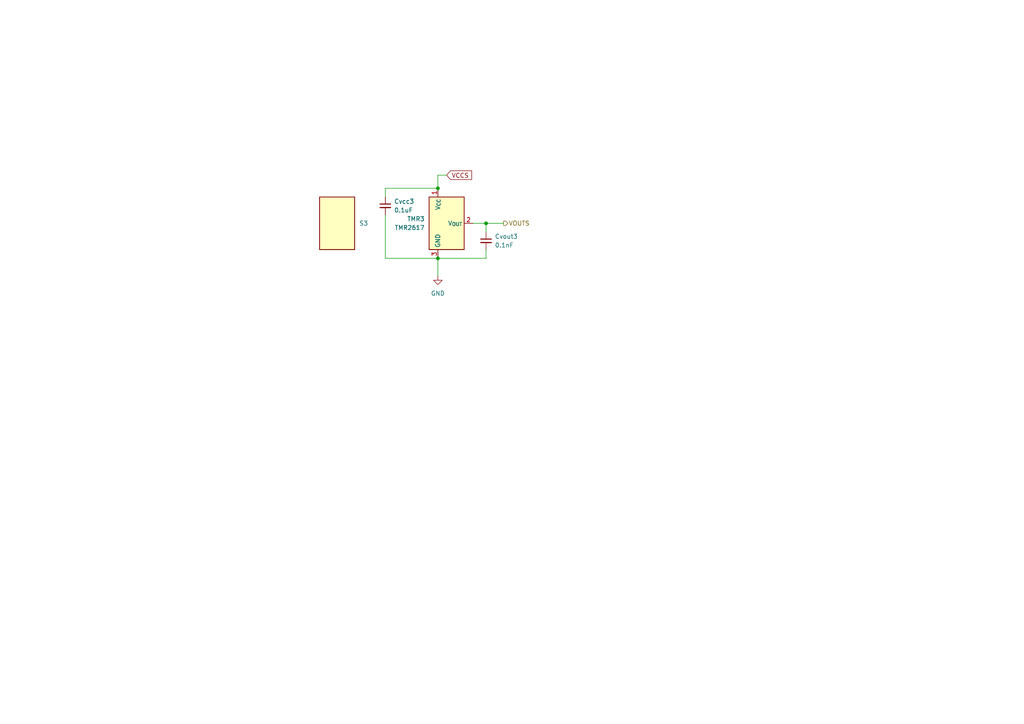
<source format=kicad_sch>
(kicad_sch (version 20250114) (generator "eeschema") (generator_version "9.0")
  (paper "A4")
  (lib_symbols
    (symbol "Device:C_Small" (pin_numbers (hide yes)) (pin_names (offset 0.254) (hide yes))
      (property "Reference" "C" (at 0.254 1.778 0))
      (property "Value" "C_Small" (at 0.254 -2.032 0))
      (symbol "C_Small_0_1"
        (polyline (pts (xy -1.524 0.508) (xy 1.524 0.508)) (stroke (width 0.3048)))
        (polyline (pts (xy -1.524 -0.508) (xy 1.524 -0.508)) (stroke (width 0.3302)))
      )
      (symbol "C_Small_1_1"
        (pin passive line (at 0 2.54 270) (length 2.032) (name "~") (number "1"))
        (pin passive line (at 0 -2.54 90) (length 2.032) (name "~") (number "2"))
      )
    )
    (symbol "power:GND" (power) (pin_numbers (hide yes)) (pin_names (offset 0) (hide yes))
      (property "Value" "GND" (at 0 -3.81 0))
      (symbol "GND_0_1"
        (polyline (pts (xy 0 0) (xy 0 -1.27) (xy 1.27 -1.27) (xy 0 -2.54) (xy -1.27 -1.27) (xy 0 -1.27)))
      )
      (symbol "GND_1_1"
        (pin power_in line (at 0 0 270) (length 0) (name "~") (number "1"))
      )
    )
    (symbol "tmr-lib:Switch"
      (property "Reference" "S" (at 0 3.302 0))
      (symbol "Switch_0_1"
        (rectangle (start -5.08 7.62) (end 5.08 -7.62) (stroke (width 0.254)) (fill (type background)))
      )
    )
    (symbol "tmr-lib:TMR2617"
      (property "Reference" "TMR" (at 0 11.43 0))
      (property "Value" "TMR2617" (at 0 8.89 0))
      (symbol "TMR2617_0_1"
        (rectangle (start -5.08 7.62) (end 5.08 -7.62) (stroke (width 0.254)) (fill (type background)))
      )
      (symbol "TMR2617_1_1"
        (pin power_in line (at -2.54 10.16 270) (length 2.54) (name "V_{CC}") (number "1"))
        (pin power_in line (at -2.54 -10.16 90) (length 2.54) (name "GND") (number "3"))
        (pin open_collector line (at 7.62 0 180) (length 2.54) (name "V_{OUT}") (number "2"))
      )
    )
  )
  (junction (at 127 54.61))
  (junction (at 127 74.93))
  (junction (at 140.97 64.77))
  (wire (pts (xy 111.76 62.23) (xy 111.76 74.93)))
  (wire (pts (xy 127 50.8) (xy 127 54.61)))
  (wire (pts (xy 127 50.8) (xy 129.54 50.8)))
  (wire (pts (xy 111.76 74.93) (xy 127 74.93)))
  (wire (pts (xy 140.97 64.77) (xy 140.97 67.31)))
  (wire (pts (xy 140.97 72.39) (xy 140.97 74.93)))
  (wire (pts (xy 127 74.93) (xy 127 80.01)))
  (wire (pts (xy 140.97 64.77) (xy 146.05 64.77)))
  (wire (pts (xy 137.16 64.77) (xy 140.97 64.77)))
  (wire (pts (xy 140.97 74.93) (xy 127 74.93)))
  (wire (pts (xy 111.76 54.61) (xy 111.76 57.15)))
  (wire (pts (xy 111.76 54.61) (xy 127 54.61)))
  (global_label "VCCS" (shape input) (at 129.54 50.8 0) (property "Intersheetrefs" "${INTERSHEET_REFS}" (effects (hide yes))))
  (hierarchical_label "VOUTS" (shape output) (at 146.05 64.77 0))
  (symbol (lib_id "Device:C_Small") (at 140.97 69.85 0) (unit 1)
    (property "Reference" "Cvout1" (at 143.51 68.5862 0) (effects (justify left)))
    (property "Value" "0.1nF" (at 143.51 71.1262 0) (effects (justify left)))
    (property "Footprint" "tmr-lib:C_0402_1005Metric_Cvout" (effects (hide yes)))
    (property "Description" "Unpolarized capacitor, small symbol" (effects (hide yes)))
    (instances (project "pcb" (path "" (reference "Cvout3") (unit 1)) (path "" (reference "Cvout35") (unit 1)) (path "" (reference "Cvout54") (unit 1)) (path "" (reference "Cvout30") (unit 1)) (path "" (reference "Cvout36") (unit 1)) (path "" (reference "Cvout39") (unit 1)) (path "" (reference "Cvout42") (unit 1)) (path "" (reference "Cvout43") (unit 1)) (path "" (reference "Cvout51") (unit 1)) (path "" (reference "Cvout27") (unit 1)) (path "" (reference "Cvout44") (unit 1)) (path "" (reference "Cvout15") (unit 1)) (path "" (reference "Cvout56") (unit 1)) (path "" (reference "Cvout66") (unit 1)) (path "" (reference "Cvout9") (unit 1)) (path "" (reference "Cvout24") (unit 1)) (path "" (reference "Cvout38") (unit 1)) (path "" (reference "Cvout45") (unit 1)) (path "" (reference "Cvout28") (unit 1)) (path "" (reference "Cvout10") (unit 1)) (path "" (reference "Cvout12") (unit 1)) (path "" (reference "Cvout4") (unit 1)) (path "" (reference "Cvout7") (unit 1)) (path "" (reference "Cvout67") (unit 1)) (path "" (reference "Cvout55") (unit 1)) (path "" (reference "Cvout17") (unit 1)) (path "" (reference "Cvout69") (unit 1)) (path "" (reference "Cvout21") (unit 1)) (path "" (reference "Cvout71") (unit 1)) (path "" (reference "Cvout26") (unit 1)) (path "" (reference "Cvout33") (unit 1)) (path "" (reference "Cvout16") (unit 1)) (path "" (reference "Cvout61") (unit 1)) (path "" (reference "Cvout31") (unit 1)) (path "" (reference "Cvout62") (unit 1)) (path "" (reference "Cvout59") (unit 1)) (path "" (reference "Cvout48") (unit 1)) (path "" (reference "Cvout53") (unit 1)) (path "" (reference "Cvout58") (unit 1)) (path "" (reference "Cvout49") (unit 1)) (path "" (reference "Cvout41") (unit 1)) (path "" (reference "Cvout37") (unit 1)) (path "" (reference "Cvout57") (unit 1)) (path "" (reference "Cvout63") (unit 1)) (path "" (reference "Cvout18") (unit 1)) (path "" (reference "Cvout47") (unit 1)) (path "" (reference "Cvout1") (unit 1)) (path "" (reference "Cvout5") (unit 1)) (path "" (reference "Cvout14") (unit 1)) (path "" (reference "Cvout70") (unit 1)) (path "" (reference "Cvout50") (unit 1)) (path "" (reference "Cvout13") (unit 1)) (path "" (reference "Cvout23") (unit 1)) (path "" (reference "Cvout52") (unit 1)) (path "" (reference "Cvout32") (unit 1)) (path "" (reference "Cvout68") (unit 1)) (path "" (reference "Cvout19") (unit 1)) (path "" (reference "Cvout20") (unit 1)) (path "" (reference "Cvout46") (unit 1)) (path "" (reference "Cvout6") (unit 1)) (path "" (reference "Cvout40") (unit 1)) (path "" (reference "Cvout64") (unit 1)) (path "" (reference "Cvout11") (unit 1)) (path "" (reference "Cvout2") (unit 1)) (path "" (reference "Cvout22") (unit 1)) (path "" (reference "Cvout8") (unit 1)) (path "" (reference "Cvout72") (unit 1)) (path "" (reference "Cvout60") (unit 1)) (path "" (reference "Cvout29") (unit 1)) (path "" (reference "Cvout65") (unit 1)) (path "" (reference "Cvout34") (unit 1)) (path "" (reference "Cvout25") (unit 1))))
  )
  (symbol (lib_id "power:GND") (at 127 80.01 0) (unit 1)
    (property "Reference" "#PWR03" (effects (hide yes)))
    (property "Value" "GND" (at 127 85.09 0))
    (property "Description" "Power symbol creates a global label with name \"GND\" , ground" (effects (hide yes)))
    (instances (project "pcb" (path "" (reference "#PWR065") (unit 1)) (path "" (reference "#PWR097") (unit 1)) (path "" (reference "#PWR0116") (unit 1)) (path "" (reference "#PWR092") (unit 1)) (path "" (reference "#PWR098") (unit 1)) (path "" (reference "#PWR0101") (unit 1)) (path "" (reference "#PWR0104") (unit 1)) (path "" (reference "#PWR0105") (unit 1)) (path "" (reference "#PWR0113") (unit 1)) (path "" (reference "#PWR089") (unit 1)) (path "" (reference "#PWR0106") (unit 1)) (path "" (reference "#PWR077") (unit 1)) (path "" (reference "#PWR0118") (unit 1)) (path "" (reference "#PWR0128") (unit 1)) (path "" (reference "#PWR071") (unit 1)) (path "" (reference "#PWR086") (unit 1)) (path "" (reference "#PWR0100") (unit 1)) (path "" (reference "#PWR0107") (unit 1)) (path "" (reference "#PWR090") (unit 1)) (path "" (reference "#PWR072") (unit 1)) (path "" (reference "#PWR074") (unit 1)) (path "" (reference "#PWR066") (unit 1)) (path "" (reference "#PWR069") (unit 1)) (path "" (reference "#PWR0129") (unit 1)) (path "" (reference "#PWR0117") (unit 1)) (path "" (reference "#PWR079") (unit 1)) (path "" (reference "#PWR0131") (unit 1)) (path "" (reference "#PWR083") (unit 1)) (path "" (reference "#PWR0133") (unit 1)) (path "" (reference "#PWR088") (unit 1)) (path "" (reference "#PWR095") (unit 1)) (path "" (reference "#PWR078") (unit 1)) (path "" (reference "#PWR0123") (unit 1)) (path "" (reference "#PWR093") (unit 1)) (path "" (reference "#PWR0124") (unit 1)) (path "" (reference "#PWR0121") (unit 1)) (path "" (reference "#PWR0110") (unit 1)) (path "" (reference "#PWR0115") (unit 1)) (path "" (reference "#PWR0120") (unit 1)) (path "" (reference "#PWR0111") (unit 1)) (path "" (reference "#PWR0103") (unit 1)) (path "" (reference "#PWR099") (unit 1)) (path "" (reference "#PWR0119") (unit 1)) (path "" (reference "#PWR0125") (unit 1)) (path "" (reference "#PWR080") (unit 1)) (path "" (reference "#PWR0109") (unit 1)) (path "" (reference "#PWR03") (unit 1)) (path "" (reference "#PWR067") (unit 1)) (path "" (reference "#PWR076") (unit 1)) (path "" (reference "#PWR0132") (unit 1)) (path "" (reference "#PWR0112") (unit 1)) (path "" (reference "#PWR075") (unit 1)) (path "" (reference "#PWR085") (unit 1)) (path "" (reference "#PWR0114") (unit 1)) (path "" (reference "#PWR094") (unit 1)) (path "" (reference "#PWR0130") (unit 1)) (path "" (reference "#PWR081") (unit 1)) (path "" (reference "#PWR082") (unit 1)) (path "" (reference "#PWR0108") (unit 1)) (path "" (reference "#PWR068") (unit 1)) (path "" (reference "#PWR0102") (unit 1)) (path "" (reference "#PWR0126") (unit 1)) (path "" (reference "#PWR073") (unit 1)) (path "" (reference "#PWR064") (unit 1)) (path "" (reference "#PWR084") (unit 1)) (path "" (reference "#PWR070") (unit 1)) (path "" (reference "#PWR0134") (unit 1)) (path "" (reference "#PWR0122") (unit 1)) (path "" (reference "#PWR091") (unit 1)) (path "" (reference "#PWR0127") (unit 1)) (path "" (reference "#PWR096") (unit 1)) (path "" (reference "#PWR087") (unit 1))))
  )
  (symbol (lib_id "Device:C_Small") (at 111.76 59.69 0) (unit 1)
    (property "Reference" "Cvcc1" (at 114.3 58.4262 0) (effects (justify left)))
    (property "Value" "0.1uF" (at 114.3 60.9662 0) (effects (justify left)))
    (property "Footprint" "tmr-lib:C_0402_1005Metric_Cvcc" (effects (hide yes)))
    (property "Description" "Unpolarized capacitor, small symbol" (effects (hide yes)))
    (instances (project "pcb" (path "" (reference "Cvcc3") (unit 1)) (path "" (reference "Cvcc35") (unit 1)) (path "" (reference "Cvcc54") (unit 1)) (path "" (reference "Cvcc30") (unit 1)) (path "" (reference "Cvcc36") (unit 1)) (path "" (reference "Cvcc39") (unit 1)) (path "" (reference "Cvcc42") (unit 1)) (path "" (reference "Cvcc43") (unit 1)) (path "" (reference "Cvcc51") (unit 1)) (path "" (reference "Cvcc27") (unit 1)) (path "" (reference "Cvcc44") (unit 1)) (path "" (reference "Cvcc15") (unit 1)) (path "" (reference "Cvcc56") (unit 1)) (path "" (reference "Cvcc66") (unit 1)) (path "" (reference "Cvcc9") (unit 1)) (path "" (reference "Cvcc24") (unit 1)) (path "" (reference "Cvcc38") (unit 1)) (path "" (reference "Cvcc45") (unit 1)) (path "" (reference "Cvcc28") (unit 1)) (path "" (reference "Cvcc10") (unit 1)) (path "" (reference "Cvcc12") (unit 1)) (path "" (reference "Cvcc4") (unit 1)) (path "" (reference "Cvcc7") (unit 1)) (path "" (reference "Cvcc67") (unit 1)) (path "" (reference "Cvcc55") (unit 1)) (path "" (reference "Cvcc17") (unit 1)) (path "" (reference "Cvcc69") (unit 1)) (path "" (reference "Cvcc21") (unit 1)) (path "" (reference "Cvcc71") (unit 1)) (path "" (reference "Cvcc26") (unit 1)) (path "" (reference "Cvcc33") (unit 1)) (path "" (reference "Cvcc16") (unit 1)) (path "" (reference "Cvcc61") (unit 1)) (path "" (reference "Cvcc31") (unit 1)) (path "" (reference "Cvcc62") (unit 1)) (path "" (reference "Cvcc59") (unit 1)) (path "" (reference "Cvcc48") (unit 1)) (path "" (reference "Cvcc53") (unit 1)) (path "" (reference "Cvcc58") (unit 1)) (path "" (reference "Cvcc49") (unit 1)) (path "" (reference "Cvcc41") (unit 1)) (path "" (reference "Cvcc37") (unit 1)) (path "" (reference "Cvcc57") (unit 1)) (path "" (reference "Cvcc63") (unit 1)) (path "" (reference "Cvcc18") (unit 1)) (path "" (reference "Cvcc47") (unit 1)) (path "" (reference "Cvcc1") (unit 1)) (path "" (reference "Cvcc5") (unit 1)) (path "" (reference "Cvcc14") (unit 1)) (path "" (reference "Cvcc70") (unit 1)) (path "" (reference "Cvcc50") (unit 1)) (path "" (reference "Cvcc13") (unit 1)) (path "" (reference "Cvcc23") (unit 1)) (path "" (reference "Cvcc52") (unit 1)) (path "" (reference "Cvcc32") (unit 1)) (path "" (reference "Cvcc68") (unit 1)) (path "" (reference "Cvcc19") (unit 1)) (path "" (reference "Cvcc20") (unit 1)) (path "" (reference "Cvcc46") (unit 1)) (path "" (reference "Cvcc6") (unit 1)) (path "" (reference "Cvcc40") (unit 1)) (path "" (reference "Cvcc64") (unit 1)) (path "" (reference "Cvcc11") (unit 1)) (path "" (reference "Cvcc2") (unit 1)) (path "" (reference "Cvcc22") (unit 1)) (path "" (reference "Cvcc8") (unit 1)) (path "" (reference "Cvcc72") (unit 1)) (path "" (reference "Cvcc60") (unit 1)) (path "" (reference "Cvcc29") (unit 1)) (path "" (reference "Cvcc65") (unit 1)) (path "" (reference "Cvcc34") (unit 1)) (path "" (reference "Cvcc25") (unit 1))))
  )
  (symbol (lib_id "tmr-lib:Switch") (at 97.79 64.77 0) (unit 1)
    (property "Reference" "S1" (at 104.14 64.7699 0) (effects (justify left)))
    (property "Value" "Switch" (effects (hide yes)))
    (property "Footprint" "tmr-lib:Gateron_Kailh_Lowpro_Switch" (effects (hide yes)))
    (property "Description" "Gateron Low profile magentic switch" (effects (hide yes)))
    (instances (project "pcb" (path "" (reference "S3") (unit 1)) (path "" (reference "S35") (unit 1)) (path "" (reference "S54") (unit 1)) (path "" (reference "S30") (unit 1)) (path "" (reference "S36") (unit 1)) (path "" (reference "S39") (unit 1)) (path "" (reference "S42") (unit 1)) (path "" (reference "S43") (unit 1)) (path "" (reference "S51") (unit 1)) (path "" (reference "S27") (unit 1)) (path "" (reference "S44") (unit 1)) (path "" (reference "S15") (unit 1)) (path "" (reference "S56") (unit 1)) (path "" (reference "S66") (unit 1)) (path "" (reference "S9") (unit 1)) (path "" (reference "S24") (unit 1)) (path "" (reference "S38") (unit 1)) (path "" (reference "S45") (unit 1)) (path "" (reference "S28") (unit 1)) (path "" (reference "S10") (unit 1)) (path "" (reference "S12") (unit 1)) (path "" (reference "S4") (unit 1)) (path "" (reference "S7") (unit 1)) (path "" (reference "S67") (unit 1)) (path "" (reference "S55") (unit 1)) (path "" (reference "S17") (unit 1)) (path "" (reference "S69") (unit 1)) (path "" (reference "S21") (unit 1)) (path "" (reference "S71") (unit 1)) (path "" (reference "S26") (unit 1)) (path "" (reference "S33") (unit 1)) (path "" (reference "S16") (unit 1)) (path "" (reference "S61") (unit 1)) (path "" (reference "S31") (unit 1)) (path "" (reference "S62") (unit 1)) (path "" (reference "S59") (unit 1)) (path "" (reference "S48") (unit 1)) (path "" (reference "S53") (unit 1)) (path "" (reference "S58") (unit 1)) (path "" (reference "S49") (unit 1)) (path "" (reference "S41") (unit 1)) (path "" (reference "S37") (unit 1)) (path "" (reference "S57") (unit 1)) (path "" (reference "S63") (unit 1)) (path "" (reference "S18") (unit 1)) (path "" (reference "S47") (unit 1)) (path "" (reference "S1") (unit 1)) (path "" (reference "S5") (unit 1)) (path "" (reference "S14") (unit 1)) (path "" (reference "S70") (unit 1)) (path "" (reference "S50") (unit 1)) (path "" (reference "S13") (unit 1)) (path "" (reference "S23") (unit 1)) (path "" (reference "S52") (unit 1)) (path "" (reference "S32") (unit 1)) (path "" (reference "S68") (unit 1)) (path "" (reference "S19") (unit 1)) (path "" (reference "S20") (unit 1)) (path "" (reference "S46") (unit 1)) (path "" (reference "S6") (unit 1)) (path "" (reference "S40") (unit 1)) (path "" (reference "S64") (unit 1)) (path "" (reference "S11") (unit 1)) (path "" (reference "S2") (unit 1)) (path "" (reference "S22") (unit 1)) (path "" (reference "S8") (unit 1)) (path "" (reference "S72") (unit 1)) (path "" (reference "S60") (unit 1)) (path "" (reference "S29") (unit 1)) (path "" (reference "S65") (unit 1)) (path "" (reference "S34") (unit 1)) (path "" (reference "S25") (unit 1))))
  )
  (symbol (lib_id "tmr-lib:TMR2617") (at 129.54 64.77 0) (unit 1)
    (property "Reference" "TMR1" (at 123.19 63.4999 0) (effects (justify right)))
    (property "Value" "TMR2617" (at 123.19 66.0399 0) (effects (justify right)))
    (property "Footprint" "tmr-lib:SOT-23-3" (effects (hide yes)))
    (property "Description" "TMR sensor by MDT, z-axis sensitivity, SOT23-3" (effects (hide yes)))
    (instances (project "" (path "" (reference "TMR3") (unit 1)) (path "" (reference "TMR35") (unit 1)) (path "" (reference "TMR54") (unit 1)) (path "" (reference "TMR30") (unit 1)) (path "" (reference "TMR36") (unit 1)) (path "" (reference "TMR39") (unit 1)) (path "" (reference "TMR42") (unit 1)) (path "" (reference "TMR43") (unit 1)) (path "" (reference "TMR51") (unit 1)) (path "" (reference "TMR27") (unit 1)) (path "" (reference "TMR44") (unit 1)) (path "" (reference "TMR15") (unit 1)) (path "" (reference "TMR56") (unit 1)) (path "" (reference "TMR66") (unit 1)) (path "" (reference "TMR9") (unit 1)) (path "" (reference "TMR24") (unit 1)) (path "" (reference "TMR38") (unit 1)) (path "" (reference "TMR45") (unit 1)) (path "" (reference "TMR28") (unit 1)) (path "" (reference "TMR10") (unit 1)) (path "" (reference "TMR12") (unit 1)) (path "" (reference "TMR4") (unit 1)) (path "" (reference "TMR7") (unit 1)) (path "" (reference "TMR67") (unit 1)) (path "" (reference "TMR55") (unit 1)) (path "" (reference "TMR17") (unit 1)) (path "" (reference "TMR69") (unit 1)) (path "" (reference "TMR21") (unit 1)) (path "" (reference "TMR71") (unit 1)) (path "" (reference "TMR26") (unit 1)) (path "" (reference "TMR33") (unit 1)) (path "" (reference "TMR16") (unit 1)) (path "" (reference "TMR61") (unit 1)) (path "" (reference "TMR31") (unit 1)) (path "" (reference "TMR62") (unit 1)) (path "" (reference "TMR59") (unit 1)) (path "" (reference "TMR48") (unit 1)) (path "" (reference "TMR53") (unit 1)) (path "" (reference "TMR58") (unit 1)) (path "" (reference "TMR49") (unit 1)) (path "" (reference "TMR41") (unit 1)) (path "" (reference "TMR37") (unit 1)) (path "" (reference "TMR57") (unit 1)) (path "" (reference "TMR63") (unit 1)) (path "" (reference "TMR18") (unit 1)) (path "" (reference "TMR47") (unit 1)) (path "" (reference "TMR1") (unit 1)) (path "" (reference "TMR5") (unit 1)) (path "" (reference "TMR14") (unit 1)) (path "" (reference "TMR70") (unit 1)) (path "" (reference "TMR50") (unit 1)) (path "" (reference "TMR13") (unit 1)) (path "" (reference "TMR23") (unit 1)) (path "" (reference "TMR52") (unit 1)) (path "" (reference "TMR32") (unit 1)) (path "" (reference "TMR68") (unit 1)) (path "" (reference "TMR19") (unit 1)) (path "" (reference "TMR20") (unit 1)) (path "" (reference "TMR46") (unit 1)) (path "" (reference "TMR6") (unit 1)) (path "" (reference "TMR40") (unit 1)) (path "" (reference "TMR64") (unit 1)) (path "" (reference "TMR11") (unit 1)) (path "" (reference "TMR2") (unit 1)) (path "" (reference "TMR22") (unit 1)) (path "" (reference "TMR8") (unit 1)) (path "" (reference "TMR72") (unit 1)) (path "" (reference "TMR60") (unit 1)) (path "" (reference "TMR29") (unit 1)) (path "" (reference "TMR65") (unit 1)) (path "" (reference "TMR34") (unit 1)) (path "" (reference "TMR25") (unit 1))))
  )
)
</source>
